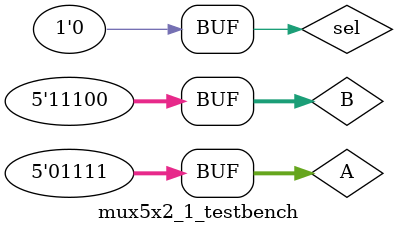
<source format=sv>


`timescale 1ns/10ps

module mux5x2_1 (out, A, B, sel);
	output logic [4:0] out;
	input logic [4:0] A, B;
	input logic sel;
	
	genvar i;
	generate
		for (i = 0; i < 5; i++) begin: eachBit
			mux2_1 muxes (out[i], A[i], B[i], sel);
		end
	endgenerate
endmodule

module mux5x2_1_testbench;
	logic [4:0] A, B, out;
	logic sel;
	
	mux5x2_1 dut (.*);
	
	initial begin 
		A = 5'b11110; B = 5'b00100;
		sel = 1'b1; #10;
		sel = 1'b0; #10;
		A = 5'b01111; B = 5'b11100;
		sel = 1'b1; #10;
		sel = 1'b0; #10;
	end
endmodule
</source>
